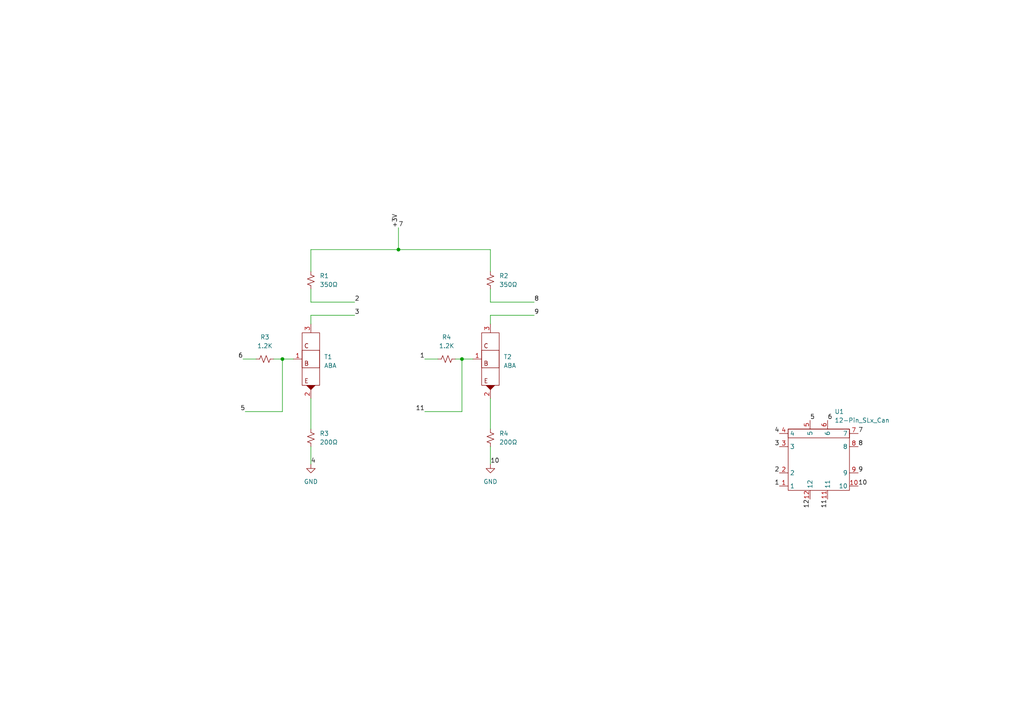
<source format=kicad_sch>
(kicad_sch (version 20211123) (generator eeschema)
  (paper "A4")
  (lib_symbols
    (symbol "Device:R_Small_US" (pin_numbers hide) (pin_names (offset 0.254) hide)
      (property "Reference" "R" (at 0.762 0.508 0))
      (property "Value" "R_Small_US" (at 0.762 -1.016 0))
      (symbol "R_Small_US_1_1"
        (polyline (pts (xy 0 0) (xy 1.016 -0.381) (xy 0 -0.762) (xy -1.016 -1.143) (xy 0 -1.524)))
        (polyline (pts (xy 0 1.524) (xy 1.016 1.143) (xy 0 0.762) (xy -1.016 0.381) (xy 0 0)))
        (pin passive line (at 0 2.54 270) (length 1.016) (name "~") (number "1"))
        (pin passive line (at 0 -2.54 90) (length 1.016) (name "~") (number "2"))
      )
    )
    (symbol "IBM_SLT-SLD:12-Pin_SLx_Can"
      (property "Reference" "U" (at 0 -2.54 0))
      (property "Value" "12-Pin_SLx_Can" (at 0 0 0))
      (symbol "12-Pin_SLx_Can_0_1"
        (rectangle (start -8.89 8.89) (end 8.89 -8.89))
        (rectangle (start -8.89 8.89) (end 8.89 6.35))
      )
      (symbol "12-Pin_SLx_Can_1_1"
        (pin passive line (at -11.43 -7.62 0) (length 2.54) (name "1") (number "1"))
        (pin passive line (at 11.43 -7.62 180) (length 2.54) (name "10") (number "10"))
        (pin passive line (at 2.54 -11.43 90) (length 2.54) (name "11") (number "11"))
        (pin passive line (at -2.54 -11.43 90) (length 2.54) (name "12") (number "12"))
        (pin passive line (at -11.43 -3.81 0) (length 2.54) (name "2") (number "2"))
        (pin passive line (at -11.43 3.81 0) (length 2.54) (name "3") (number "3"))
        (pin passive line (at -11.43 7.62 0) (length 2.54) (name "4") (number "4"))
        (pin passive line (at -2.54 11.43 270) (length 2.54) (name "5") (number "5"))
        (pin passive line (at 2.54 11.43 270) (length 2.54) (name "6") (number "6"))
        (pin passive line (at 11.43 7.62 180) (length 2.54) (name "7") (number "7"))
        (pin passive line (at 11.43 3.81 180) (length 2.54) (name "8") (number "8"))
        (pin passive line (at 11.43 -3.81 180) (length 2.54) (name "9") (number "9"))
      )
    )
    (symbol "IBM_SLT-SLD:IBM_Transistor"
      (property "Reference" "T" (at 0 5.08 0))
      (property "Value" "IBM_Transistor" (at 7.62 8.89 0))
      (symbol "IBM_Transistor_0_0"
        (text "B" (at -1.27 -1.27 0) (effects (font (size 1.27 1.27))))
        (text "C" (at -1.27 3.81 0) (effects (font (size 1.27 1.27))))
        (text "E" (at -1.27 -6.35 0) (effects (font (size 1.27 1.27))))
      )
      (symbol "IBM_Transistor_0_1"
        (rectangle (start -2.54 2.54) (end 2.54 -2.54))
        (rectangle (start -2.54 7.62) (end 2.54 -7.62))
        (polyline (pts (xy -1.27 -7.62) (xy 0 -8.89) (xy 1.27 -7.62)) (fill (type outline)))
      )
      (symbol "IBM_Transistor_1_1"
        (pin passive line (at -5.08 0 0) (length 2.54) (name "B") (number "1"))
        (pin passive line (at 0 -11.43 90) (length 2.54) (name "E") (number "2"))
        (pin passive line (at 0 10.16 270) (length 2.54) (name "C") (number "3"))
      )
    )
    (symbol "power:GND" (power) (pin_names (offset 0))
      (property "Value" "GND" (at 0 -3.81 0))
      (symbol "GND_0_1"
        (polyline (pts (xy 0 0) (xy 0 -1.27) (xy 1.27 -1.27) (xy 0 -2.54) (xy -1.27 -1.27) (xy 0 -1.27)))
      )
      (symbol "GND_1_1"
        (pin power_in line (at 0 0 270) (length 0) hide (name "GND") (number "1"))
      )
    )
  )
  (junction (at 115.57 72.39))
  (junction (at 133.985 104.14))
  (junction (at 81.915 104.14))
  (wire (pts (xy 142.24 87.63) (xy 154.94 87.63)))
  (wire (pts (xy 142.24 129.54) (xy 142.24 134.62)))
  (wire (pts (xy 123.19 104.14) (xy 127 104.14)))
  (wire (pts (xy 133.985 104.14) (xy 137.16 104.14)))
  (wire (pts (xy 70.485 104.14) (xy 74.295 104.14)))
  (wire (pts (xy 90.17 72.39) (xy 115.57 72.39)))
  (wire (pts (xy 81.915 119.38) (xy 81.915 104.14)))
  (wire (pts (xy 142.24 91.44) (xy 154.94 91.44)))
  (wire (pts (xy 142.24 115.57) (xy 142.24 124.46)))
  (wire (pts (xy 90.17 93.98) (xy 90.17 91.44)))
  (wire (pts (xy 90.17 115.57) (xy 90.17 124.46)))
  (wire (pts (xy 90.17 83.82) (xy 90.17 87.63)))
  (wire (pts (xy 90.17 134.62) (xy 90.17 129.54)))
  (wire (pts (xy 90.17 78.74) (xy 90.17 72.39)))
  (wire (pts (xy 79.375 104.14) (xy 81.915 104.14)))
  (wire (pts (xy 115.57 66.04) (xy 115.57 72.39)))
  (wire (pts (xy 123.19 119.38) (xy 133.985 119.38)))
  (wire (pts (xy 71.12 119.38) (xy 81.915 119.38)))
  (wire (pts (xy 115.57 72.39) (xy 142.24 72.39)))
  (wire (pts (xy 142.24 83.82) (xy 142.24 87.63)))
  (wire (pts (xy 90.17 87.63) (xy 102.87 87.63)))
  (wire (pts (xy 142.24 93.98) (xy 142.24 91.44)))
  (wire (pts (xy 133.985 119.38) (xy 133.985 104.14)))
  (wire (pts (xy 142.24 72.39) (xy 142.24 78.74)))
  (wire (pts (xy 90.17 91.44) (xy 102.87 91.44)))
  (wire (pts (xy 81.915 104.14) (xy 85.09 104.14)))
  (wire (pts (xy 132.08 104.14) (xy 133.985 104.14)))
  (label "8" (at 154.94 87.63 0))
  (label "9" (at 248.92 137.16 0))
  (label "7" (at 248.92 125.73 0))
  (label "5" (at 71.12 119.38 180))
  (label "4" (at 90.17 134.62 0))
  (label "3" (at 102.87 91.44 0))
  (label "5" (at 234.95 121.92 0))
  (label "11" (at 240.03 144.78 270))
  (label "7" (at 115.57 66.04 0))
  (label "2" (at 102.87 87.63 0))
  (label "4" (at 226.06 125.73 180))
  (label "10" (at 248.92 140.97 0))
  (label "11" (at 123.19 119.38 180))
  (label "3" (at 226.06 129.54 180))
  (label "8" (at 248.92 129.54 0))
  (label "1" (at 226.06 140.97 180))
  (label "12" (at 234.95 144.78 270))
  (label "2" (at 226.06 137.16 180))
  (label "6" (at 70.485 104.14 180))
  (label "+3V" (at 115.57 66.04 90))
  (label "9" (at 154.94 91.44 0))
  (label "6" (at 240.03 121.92 0))
  (label "10" (at 142.24 134.62 0))
  (label "1" (at 123.19 104.14 180))
  (symbol (lib_id "IBM_SLT-SLD:IBM_Transistor") (at 142.24 104.14 0) (unit 1)
    (property "Reference" "T2" (at 146.05 103.5049 0) (effects (justify left)))
    (property "Value" "ABA" (at 146.05 106.0449 0) (effects (justify left)))
  )
  (symbol (lib_id "Device:R_Small_US") (at 90.17 81.28 0) (unit 1)
    (property "Reference" "R1" (at 92.71 80.0099 0) (effects (justify left)))
    (property "Value" "350Ω" (at 92.71 82.5499 0) (effects (justify left)))
    (property "Footprint" "Resistor_SMD:R_0201_0603Metric" (effects hide))
  )
  (symbol (lib_id "Device:R_Small_US") (at 90.17 127 0) (unit 1)
    (property "Reference" "R3" (at 92.71 125.7299 0) (effects (justify left)))
    (property "Value" "200Ω" (at 92.71 128.2699 0) (effects (justify left)))
    (property "Footprint" "Resistor_SMD:R_0201_0603Metric" (effects hide))
  )
  (symbol (lib_id "IBM_SLT-SLD:12-Pin_SLx_Can") (at 237.49 133.35 0) (unit 1)
    (property "Reference" "U1" (at 242.0494 119.38 0) (effects (justify left)))
    (property "Value" "12-Pin_SLx_Can" (at 242.0494 121.92 0) (effects (justify left)))
    (property "Footprint" "IBM_SLT-SLD:12-Pin_SLx_Can" (effects hide))
  )
  (symbol (lib_id "IBM_SLT-SLD:IBM_Transistor") (at 90.17 104.14 0) (unit 1)
    (property "Reference" "T1" (at 93.98 103.5049 0) (effects (justify left)))
    (property "Value" "ABA" (at 93.98 106.0449 0) (effects (justify left)))
  )
  (symbol (lib_id "Device:R_Small_US") (at 142.24 81.28 0) (unit 1)
    (property "Reference" "R2" (at 144.78 80.0099 0) (effects (justify left)))
    (property "Value" "350Ω" (at 144.78 82.5499 0) (effects (justify left)))
    (property "Footprint" "Resistor_SMD:R_0201_0603Metric" (effects hide))
  )
  (symbol (lib_id "Device:R_Small_US") (at 76.835 104.14 90) (unit 1)
    (property "Reference" "R3" (at 76.835 97.79 90))
    (property "Value" "1.2K" (at 76.835 100.33 90))
    (property "Footprint" "Resistor_SMD:R_0201_0603Metric" (effects hide))
  )
  (symbol (lib_id "power:GND") (at 90.17 134.62 0) (unit 1)
    (property "Reference" "#PWR?" (effects hide))
    (property "Value" "GND" (at 90.17 139.7 0))
  )
  (symbol (lib_id "Device:R_Small_US") (at 142.24 127 0) (unit 1)
    (property "Reference" "R4" (at 144.78 125.7299 0) (effects (justify left)))
    (property "Value" "200Ω" (at 144.78 128.2699 0) (effects (justify left)))
    (property "Footprint" "Resistor_SMD:R_0201_0603Metric" (effects hide))
  )
  (symbol (lib_id "power:GND") (at 142.24 134.62 0) (unit 1)
    (property "Reference" "#PWR?" (effects hide))
    (property "Value" "GND" (at 142.24 139.7 0))
  )
  (symbol (lib_id "Device:R_Small_US") (at 129.54 104.14 90) (unit 1)
    (property "Reference" "R4" (at 129.54 97.79 90))
    (property "Value" "1.2K" (at 129.54 100.33 90))
    (property "Footprint" "Resistor_SMD:R_0201_0603Metric" (effects hide))
  )
)
</source>
